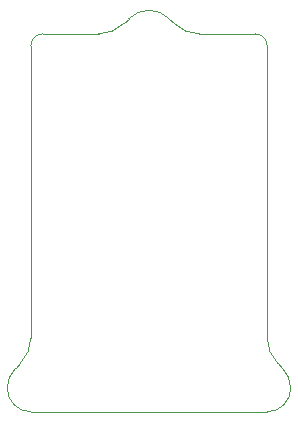
<source format=gbr>
%TF.GenerationSoftware,Altium Limited,Altium Designer,22.4.2 (48)*%
G04 Layer_Color=0*
%FSLAX45Y45*%
%MOMM*%
%TF.SameCoordinates,536C032F-4EC3-470D-9469-351792C50264*%
%TF.FilePolarity,Positive*%
%TF.FileFunction,Profile,NP*%
%TF.Part,Single*%
G01*
G75*
%TA.AperFunction,Profile*%
%ADD60C,0.02540*%
D60*
X-1200000Y-3000000D02*
G02*
X-1129289Y-2829289I241422J-0D01*
G01*
X-1089802Y-2789802D01*
D02*
G03*
X-1000000Y-2573000I-216802J216802D01*
G01*
Y-100000D01*
D02*
G02*
X-900000Y0I100000J0D01*
G01*
X-427000D01*
D02*
G03*
X-210198Y89802I0J306605D01*
G01*
X-170711Y129289D01*
D02*
G02*
X0Y200000I170711J-170711D01*
G01*
D02*
G02*
X170710Y129290I0J-241421D01*
G01*
X210197Y89802D01*
D02*
G03*
X427000Y0I216802J216802D01*
G01*
X900000D01*
D02*
G02*
X1000000Y-100000I0J-100000D01*
G01*
X1000000Y-2573000D01*
D02*
G03*
X1089802Y-2789803I306605J0D01*
G01*
X1129289Y-2829289D01*
D02*
G02*
X1200000Y-3000000I-170711J-170711D01*
G01*
D02*
G02*
X1000000Y-3200000I-200000J0D01*
G01*
X-1000000D01*
D02*
G02*
X-1200000Y-3000000I0J200000D01*
G01*
%TF.MD5,97a3f4fee9009edcb1999812d1ecf942*%
M02*

</source>
